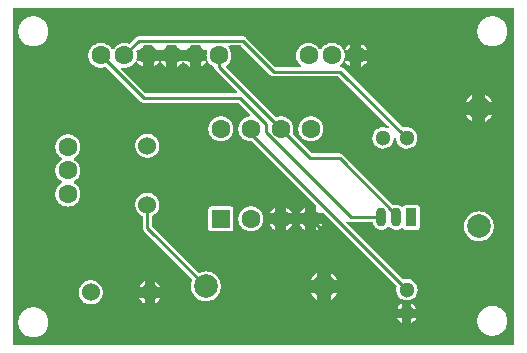
<source format=gbl>
G04 Layer: BottomLayer*
G04 EasyEDA v6.5.34, 2023-09-19 01:31:31*
G04 170e72c34f8a4f55a7d3165c71e960a0,2c7f107921f9494b8657ce3d0c88cbd9,10*
G04 Gerber Generator version 0.2*
G04 Scale: 100 percent, Rotated: No, Reflected: No *
G04 Dimensions in millimeters *
G04 leading zeros omitted , absolute positions ,4 integer and 5 decimal *
%FSLAX45Y45*%
%MOMM*%

%ADD10C,0.2540*%
%ADD11C,1.6000*%
%ADD12C,2.0000*%
%ADD13O,0.8999982X1.5999968*%
%ADD14R,0.9000X1.6000*%
%ADD15R,1.6002X1.6002*%
%ADD16C,1.6002*%
%ADD17C,1.3000*%
%ADD18C,1.5240*%
%ADD19C,0.0111*%

%LPD*%
G36*
X443992Y11381384D02*
G01*
X440080Y11382146D01*
X436778Y11384381D01*
X434593Y11387632D01*
X433832Y11391544D01*
X433832Y14219377D01*
X434593Y14223288D01*
X436778Y14226590D01*
X440080Y14228775D01*
X443992Y14229537D01*
X4671822Y14229537D01*
X4675733Y14228775D01*
X4678984Y14226590D01*
X4681220Y14223288D01*
X4681982Y14219377D01*
X4681982Y11391544D01*
X4681220Y11387632D01*
X4678984Y11384381D01*
X4675733Y11382146D01*
X4671822Y11381384D01*
G37*

%LPC*%
G36*
X609600Y11442192D02*
G01*
X624992Y11443157D01*
X640130Y11445900D01*
X654812Y11450472D01*
X668832Y11456822D01*
X682040Y11464798D01*
X694131Y11474297D01*
X705002Y11485168D01*
X714502Y11497259D01*
X722477Y11510467D01*
X728827Y11524488D01*
X733399Y11539169D01*
X736142Y11554307D01*
X737108Y11569700D01*
X736142Y11585092D01*
X733399Y11600230D01*
X728827Y11614912D01*
X722477Y11628932D01*
X714502Y11642140D01*
X705002Y11654231D01*
X694131Y11665102D01*
X682040Y11674602D01*
X668832Y11682577D01*
X654812Y11688927D01*
X640130Y11693499D01*
X624992Y11696242D01*
X609600Y11697208D01*
X594207Y11696242D01*
X579069Y11693499D01*
X564388Y11688927D01*
X550367Y11682577D01*
X537159Y11674602D01*
X525068Y11665102D01*
X514197Y11654231D01*
X504698Y11642140D01*
X496722Y11628932D01*
X490372Y11614912D01*
X485800Y11600230D01*
X483057Y11585092D01*
X482092Y11569700D01*
X483057Y11554307D01*
X485800Y11539169D01*
X490372Y11524488D01*
X496722Y11510467D01*
X504698Y11497259D01*
X514197Y11485168D01*
X525068Y11474297D01*
X537159Y11464798D01*
X550367Y11456822D01*
X564388Y11450472D01*
X579069Y11445900D01*
X594207Y11443157D01*
G37*
G36*
X4495800Y11454892D02*
G01*
X4511192Y11455857D01*
X4526330Y11458600D01*
X4541012Y11463172D01*
X4555032Y11469522D01*
X4568240Y11477498D01*
X4580331Y11486997D01*
X4591202Y11497868D01*
X4600702Y11509959D01*
X4608677Y11523167D01*
X4615027Y11537188D01*
X4619599Y11551869D01*
X4622342Y11567007D01*
X4623308Y11582400D01*
X4622342Y11597792D01*
X4619599Y11612930D01*
X4615027Y11627612D01*
X4608677Y11641632D01*
X4600702Y11654840D01*
X4591202Y11666931D01*
X4580331Y11677802D01*
X4568240Y11687302D01*
X4555032Y11695277D01*
X4541012Y11701627D01*
X4526330Y11706199D01*
X4511192Y11708942D01*
X4495800Y11709908D01*
X4480407Y11708942D01*
X4465269Y11706199D01*
X4450588Y11701627D01*
X4436567Y11695277D01*
X4423359Y11687302D01*
X4411268Y11677802D01*
X4400397Y11666931D01*
X4390898Y11654840D01*
X4382922Y11641632D01*
X4376572Y11627612D01*
X4372000Y11612930D01*
X4369257Y11597792D01*
X4368292Y11582400D01*
X4369257Y11567007D01*
X4372000Y11551869D01*
X4376572Y11537188D01*
X4382922Y11523167D01*
X4390898Y11509959D01*
X4400397Y11497868D01*
X4411268Y11486997D01*
X4423359Y11477498D01*
X4436567Y11469522D01*
X4450588Y11463172D01*
X4465269Y11458600D01*
X4480407Y11455857D01*
G37*
G36*
X3810762Y11565483D02*
G01*
X3820058Y11570411D01*
X3830320Y11577878D01*
X3839464Y11586667D01*
X3847236Y11596674D01*
X3853586Y11607647D01*
X3853992Y11608663D01*
X3810762Y11608663D01*
G37*
G36*
X3733037Y11565483D02*
G01*
X3733037Y11608663D01*
X3689807Y11608663D01*
X3690213Y11607647D01*
X3696563Y11596674D01*
X3704336Y11586667D01*
X3713479Y11577878D01*
X3723741Y11570411D01*
G37*
G36*
X3689959Y11686336D02*
G01*
X3733037Y11686336D01*
X3733037Y11729466D01*
X3729228Y11727738D01*
X3718458Y11721033D01*
X3708755Y11712854D01*
X3700272Y11703456D01*
X3693210Y11692940D01*
G37*
G36*
X3810762Y11686336D02*
G01*
X3853840Y11686336D01*
X3850589Y11692940D01*
X3843528Y11703456D01*
X3835044Y11712854D01*
X3825341Y11721033D01*
X3814572Y11727738D01*
X3810762Y11729466D01*
G37*
G36*
X1092758Y11721693D02*
G01*
X1106424Y11722150D01*
X1119835Y11724386D01*
X1132890Y11728450D01*
X1145235Y11734190D01*
X1156766Y11741505D01*
X1167180Y11750294D01*
X1176324Y11760454D01*
X1184046Y11771680D01*
X1190193Y11783822D01*
X1194663Y11796725D01*
X1197356Y11810085D01*
X1198270Y11823700D01*
X1197356Y11837314D01*
X1194663Y11850674D01*
X1190193Y11863578D01*
X1184046Y11875719D01*
X1176324Y11886946D01*
X1167180Y11897106D01*
X1156766Y11905894D01*
X1145235Y11913209D01*
X1132890Y11918950D01*
X1119835Y11923014D01*
X1106424Y11925249D01*
X1092758Y11925706D01*
X1079195Y11924385D01*
X1065936Y11921185D01*
X1053236Y11916308D01*
X1041247Y11909755D01*
X1030274Y11901678D01*
X1020470Y11892178D01*
X1012037Y11881459D01*
X1005078Y11869724D01*
X999744Y11857177D01*
X996137Y11844020D01*
X994308Y11830507D01*
X994308Y11816892D01*
X996137Y11803380D01*
X999744Y11790222D01*
X1005078Y11777675D01*
X1012037Y11765940D01*
X1020470Y11755221D01*
X1030274Y11745722D01*
X1041247Y11737644D01*
X1053236Y11731091D01*
X1065936Y11726214D01*
X1079195Y11723014D01*
G37*
G36*
X1551736Y11731904D02*
G01*
X1551736Y11779250D01*
X1504391Y11779250D01*
X1505051Y11777675D01*
X1512011Y11765940D01*
X1520494Y11755221D01*
X1530299Y11745722D01*
X1541272Y11737644D01*
G37*
G36*
X1640636Y11732056D02*
G01*
X1645259Y11734190D01*
X1656740Y11741505D01*
X1667154Y11750294D01*
X1676298Y11760454D01*
X1684020Y11771680D01*
X1687830Y11779250D01*
X1640636Y11779250D01*
G37*
G36*
X2070100Y11748617D02*
G01*
X2085289Y11749532D01*
X2100224Y11752275D01*
X2114753Y11756796D01*
X2128621Y11763044D01*
X2141626Y11770918D01*
X2153564Y11780266D01*
X2164334Y11791035D01*
X2173681Y11802973D01*
X2181555Y11815978D01*
X2187803Y11829846D01*
X2192324Y11844375D01*
X2195068Y11859310D01*
X2195982Y11874500D01*
X2195068Y11889689D01*
X2192324Y11904624D01*
X2187803Y11919153D01*
X2181555Y11933021D01*
X2173681Y11946026D01*
X2164334Y11957964D01*
X2153564Y11968734D01*
X2141626Y11978081D01*
X2128621Y11985955D01*
X2114753Y11992203D01*
X2100224Y11996724D01*
X2085289Y11999468D01*
X2070100Y12000382D01*
X2054910Y11999468D01*
X2039975Y11996724D01*
X2025446Y11992203D01*
X2019096Y11989358D01*
X2015134Y11988444D01*
X2011172Y11989206D01*
X2007768Y11991441D01*
X1616405Y12382804D01*
X1614170Y12386106D01*
X1613408Y12390018D01*
X1613408Y12463475D01*
X1614068Y12467082D01*
X1616049Y12470282D01*
X1618996Y12472517D01*
X1626819Y12476480D01*
X1638046Y12484201D01*
X1648206Y12493345D01*
X1656994Y12503759D01*
X1664309Y12515240D01*
X1670050Y12527635D01*
X1674114Y12540640D01*
X1676349Y12554102D01*
X1676806Y12567716D01*
X1675485Y12581280D01*
X1672285Y12594539D01*
X1667408Y12607290D01*
X1660855Y12619228D01*
X1652778Y12630200D01*
X1643278Y12640005D01*
X1632559Y12648488D01*
X1620824Y12655448D01*
X1608277Y12660731D01*
X1595120Y12664338D01*
X1581607Y12666167D01*
X1567992Y12666167D01*
X1554480Y12664338D01*
X1541322Y12660731D01*
X1528775Y12655448D01*
X1517040Y12648488D01*
X1506321Y12640005D01*
X1496822Y12630200D01*
X1488744Y12619228D01*
X1482191Y12607290D01*
X1477314Y12594539D01*
X1474114Y12581280D01*
X1472793Y12567716D01*
X1473250Y12554102D01*
X1475486Y12540640D01*
X1479550Y12527635D01*
X1485290Y12515240D01*
X1492605Y12503759D01*
X1501394Y12493345D01*
X1511554Y12484201D01*
X1522780Y12476480D01*
X1530604Y12472517D01*
X1533550Y12470282D01*
X1535531Y12467082D01*
X1536192Y12463424D01*
X1536192Y12370308D01*
X1537004Y12362281D01*
X1539189Y12355068D01*
X1542745Y12348362D01*
X1547876Y12342164D01*
X1953158Y11936831D01*
X1955393Y11933428D01*
X1956155Y11929465D01*
X1955241Y11925503D01*
X1952396Y11919153D01*
X1947875Y11904624D01*
X1945132Y11889689D01*
X1944217Y11874500D01*
X1945132Y11859310D01*
X1947875Y11844375D01*
X1952396Y11829846D01*
X1958644Y11815978D01*
X1966518Y11802973D01*
X1975866Y11791035D01*
X1986635Y11780266D01*
X1998573Y11770918D01*
X2011578Y11763044D01*
X2025446Y11756796D01*
X2039975Y11752275D01*
X2054910Y11749532D01*
G37*
G36*
X3771900Y11756593D02*
G01*
X3784549Y11757507D01*
X3796944Y11760149D01*
X3808882Y11764467D01*
X3820058Y11770410D01*
X3830320Y11777878D01*
X3839464Y11786666D01*
X3847236Y11796674D01*
X3853586Y11807647D01*
X3858310Y11819432D01*
X3861409Y11831726D01*
X3862730Y11844324D01*
X3862273Y11857024D01*
X3860088Y11869470D01*
X3856177Y11881561D01*
X3850589Y11892940D01*
X3843528Y11903456D01*
X3835044Y11912854D01*
X3825341Y11921032D01*
X3814572Y11927738D01*
X3802989Y11932920D01*
X3790797Y11936374D01*
X3778250Y11938152D01*
X3765550Y11938152D01*
X3753002Y11936374D01*
X3746804Y11934596D01*
X3743198Y11934240D01*
X3739743Y11935155D01*
X3736797Y11937187D01*
X3263696Y12410338D01*
X3261410Y12413742D01*
X3260699Y12417806D01*
X3261664Y12421768D01*
X3264103Y12425070D01*
X3267659Y12427153D01*
X3271723Y12427610D01*
X3275685Y12426442D01*
X3281984Y12423089D01*
X3289198Y12420904D01*
X3297224Y12420092D01*
X3476193Y12420092D01*
X3480562Y12419126D01*
X3484067Y12416332D01*
X3486048Y12412319D01*
X3488588Y12401804D01*
X3492855Y12391542D01*
X3498646Y12382042D01*
X3505860Y12373559D01*
X3514344Y12366345D01*
X3523843Y12360554D01*
X3534105Y12356287D01*
X3544925Y12353696D01*
X3556000Y12352832D01*
X3567074Y12353696D01*
X3577894Y12356287D01*
X3588156Y12360554D01*
X3597656Y12366345D01*
X3606139Y12373559D01*
X3611778Y12380214D01*
X3615232Y12382855D01*
X3619500Y12383770D01*
X3623767Y12382855D01*
X3627221Y12380214D01*
X3632860Y12373559D01*
X3641344Y12366345D01*
X3650843Y12360554D01*
X3661105Y12356287D01*
X3671925Y12353696D01*
X3683000Y12352832D01*
X3694074Y12353696D01*
X3704894Y12356287D01*
X3715156Y12360554D01*
X3724656Y12366345D01*
X3727297Y12368580D01*
X3731107Y12370663D01*
X3735425Y12370917D01*
X3739438Y12369342D01*
X3742486Y12366294D01*
X3744772Y12362586D01*
X3748887Y12358471D01*
X3753764Y12355423D01*
X3759250Y12353493D01*
X3765550Y12352782D01*
X3854450Y12352782D01*
X3860749Y12353493D01*
X3866235Y12355423D01*
X3871112Y12358471D01*
X3875227Y12362586D01*
X3878275Y12367463D01*
X3880205Y12372949D01*
X3880916Y12379248D01*
X3880916Y12538151D01*
X3880205Y12544450D01*
X3878275Y12549936D01*
X3875227Y12554813D01*
X3871112Y12558928D01*
X3866235Y12561976D01*
X3860749Y12563906D01*
X3854450Y12564618D01*
X3765550Y12564618D01*
X3759250Y12563906D01*
X3753764Y12561976D01*
X3748887Y12558928D01*
X3744772Y12554813D01*
X3742486Y12551105D01*
X3739438Y12548057D01*
X3735425Y12546482D01*
X3731107Y12546736D01*
X3727297Y12548819D01*
X3724656Y12551054D01*
X3715156Y12556845D01*
X3704894Y12561112D01*
X3694074Y12563703D01*
X3683000Y12564567D01*
X3671925Y12563703D01*
X3664407Y12561925D01*
X3661003Y12561671D01*
X3657701Y12562636D01*
X3654856Y12564618D01*
X3231540Y12987934D01*
X3225292Y12993065D01*
X3218637Y12996621D01*
X3211423Y12998805D01*
X3203397Y12999567D01*
X2972308Y12999567D01*
X2968447Y13000380D01*
X2965145Y13002564D01*
X2806700Y13161010D01*
X2804617Y13164057D01*
X2803753Y13167715D01*
X2804261Y13171424D01*
X2807411Y13180568D01*
X2810103Y13194182D01*
X2811018Y13208000D01*
X2810103Y13221817D01*
X2807411Y13235432D01*
X2802940Y13248538D01*
X2796794Y13260933D01*
X2789123Y13272465D01*
X2779979Y13282879D01*
X2769565Y13292023D01*
X2758033Y13299694D01*
X2745638Y13305840D01*
X2732532Y13310311D01*
X2718917Y13313003D01*
X2705100Y13313918D01*
X2691282Y13313003D01*
X2677668Y13310311D01*
X2668524Y13307161D01*
X2664815Y13306653D01*
X2661158Y13307517D01*
X2658110Y13309600D01*
X2239822Y13727887D01*
X2237435Y13731646D01*
X2236927Y13736066D01*
X2238298Y13740282D01*
X2241397Y13743482D01*
X2245563Y13746276D01*
X2255977Y13755420D01*
X2265121Y13765834D01*
X2272792Y13777366D01*
X2278938Y13789761D01*
X2283358Y13802918D01*
X2286101Y13816482D01*
X2286965Y13830300D01*
X2286101Y13844117D01*
X2283358Y13857681D01*
X2278938Y13870838D01*
X2272792Y13883233D01*
X2265121Y13894765D01*
X2263089Y13897051D01*
X2261158Y13900404D01*
X2260600Y13904213D01*
X2261463Y13907973D01*
X2263698Y13911072D01*
X2266950Y13913205D01*
X2270709Y13913916D01*
X2364892Y13913916D01*
X2368753Y13913154D01*
X2372055Y13910919D01*
X2617622Y13665403D01*
X2623820Y13660272D01*
X2630525Y13656716D01*
X2637739Y13654532D01*
X2645765Y13653719D01*
X3189528Y13653719D01*
X3193440Y13652957D01*
X3196742Y13650772D01*
X3614877Y13232587D01*
X3617112Y13229336D01*
X3617874Y13225475D01*
X3617112Y13221563D01*
X3614928Y13218261D01*
X3611676Y13216077D01*
X3607765Y13215264D01*
X3603904Y13216026D01*
X3598367Y13218210D01*
X3586073Y13221309D01*
X3573475Y13222630D01*
X3560775Y13222173D01*
X3548329Y13219988D01*
X3536238Y13216077D01*
X3524859Y13210489D01*
X3514344Y13203428D01*
X3504946Y13194944D01*
X3496767Y13185241D01*
X3490061Y13174472D01*
X3484879Y13162889D01*
X3481425Y13150697D01*
X3479647Y13138150D01*
X3479647Y13125450D01*
X3481425Y13112902D01*
X3484879Y13100710D01*
X3490061Y13089128D01*
X3496767Y13078358D01*
X3504946Y13068655D01*
X3514344Y13060171D01*
X3524859Y13053110D01*
X3536238Y13047522D01*
X3548329Y13043611D01*
X3560775Y13041426D01*
X3573475Y13040969D01*
X3586073Y13042290D01*
X3598367Y13045389D01*
X3610152Y13050113D01*
X3621125Y13056463D01*
X3631133Y13064236D01*
X3639921Y13073380D01*
X3647389Y13083641D01*
X3653332Y13094817D01*
X3657650Y13106755D01*
X3660444Y13120166D01*
X3662070Y13123875D01*
X3664965Y13126669D01*
X3668725Y13128142D01*
X3672738Y13127990D01*
X3676396Y13126313D01*
X3679139Y13123316D01*
X3680460Y13119506D01*
X3681425Y13112902D01*
X3684879Y13100710D01*
X3690061Y13089128D01*
X3696766Y13078358D01*
X3704945Y13068655D01*
X3714343Y13060171D01*
X3724859Y13053110D01*
X3736238Y13047522D01*
X3748328Y13043611D01*
X3760774Y13041426D01*
X3773474Y13040969D01*
X3786073Y13042290D01*
X3798366Y13045389D01*
X3810152Y13050113D01*
X3821125Y13056463D01*
X3831132Y13064236D01*
X3839921Y13073380D01*
X3847388Y13083641D01*
X3853332Y13094817D01*
X3857650Y13106755D01*
X3860292Y13119150D01*
X3861206Y13131800D01*
X3860292Y13144449D01*
X3857650Y13156844D01*
X3853332Y13168782D01*
X3847388Y13179958D01*
X3839921Y13190219D01*
X3831132Y13199363D01*
X3821125Y13207136D01*
X3810152Y13213486D01*
X3798366Y13218210D01*
X3786073Y13221309D01*
X3773474Y13222630D01*
X3760774Y13222173D01*
X3748328Y13219988D01*
X3745484Y13219074D01*
X3741826Y13218566D01*
X3738219Y13219430D01*
X3735171Y13221563D01*
X3237382Y13719301D01*
X3231184Y13724432D01*
X3224530Y13727988D01*
X3217265Y13730173D01*
X3212642Y13730630D01*
X3208883Y13731748D01*
X3205835Y13734186D01*
X3203956Y13737640D01*
X3203498Y13741501D01*
X3204565Y13745260D01*
X3206953Y13748359D01*
X3214979Y13755420D01*
X3224123Y13765834D01*
X3231642Y13777112D01*
X3234436Y13779957D01*
X3238093Y13781430D01*
X3242106Y13781430D01*
X3245764Y13779957D01*
X3248558Y13777112D01*
X3256076Y13765834D01*
X3265220Y13755420D01*
X3275634Y13746276D01*
X3287166Y13738606D01*
X3293770Y13735354D01*
X3293770Y13783970D01*
X3250133Y13783970D01*
X3246374Y13784681D01*
X3243122Y13786764D01*
X3240887Y13789863D01*
X3239973Y13793571D01*
X3240481Y13797381D01*
X3242360Y13802918D01*
X3245104Y13816482D01*
X3245967Y13830300D01*
X3245104Y13844117D01*
X3242360Y13857681D01*
X3240481Y13863218D01*
X3239973Y13867028D01*
X3240887Y13870736D01*
X3243122Y13873835D01*
X3246374Y13875918D01*
X3250133Y13876629D01*
X3293770Y13876629D01*
X3293770Y13925245D01*
X3287166Y13921994D01*
X3275634Y13914323D01*
X3265220Y13905179D01*
X3256076Y13894765D01*
X3248558Y13883487D01*
X3245764Y13880642D01*
X3242106Y13879118D01*
X3238093Y13879118D01*
X3234436Y13880642D01*
X3231642Y13883487D01*
X3224123Y13894765D01*
X3214979Y13905179D01*
X3204565Y13914323D01*
X3193034Y13921994D01*
X3180638Y13928140D01*
X3167481Y13932560D01*
X3153918Y13935303D01*
X3140100Y13936167D01*
X3126282Y13935303D01*
X3112719Y13932560D01*
X3099562Y13928140D01*
X3087166Y13921994D01*
X3075635Y13914323D01*
X3065221Y13905179D01*
X3056077Y13894765D01*
X3048558Y13883487D01*
X3045764Y13880642D01*
X3042107Y13879118D01*
X3038094Y13879118D01*
X3034436Y13880642D01*
X3031642Y13883487D01*
X3024124Y13894765D01*
X3014980Y13905179D01*
X3004566Y13914323D01*
X2993034Y13921994D01*
X2980639Y13928140D01*
X2967482Y13932560D01*
X2953918Y13935303D01*
X2940100Y13936167D01*
X2926283Y13935303D01*
X2912719Y13932560D01*
X2899562Y13928140D01*
X2887167Y13921994D01*
X2875635Y13914323D01*
X2865221Y13905179D01*
X2856077Y13894765D01*
X2848406Y13883233D01*
X2842260Y13870838D01*
X2837840Y13857681D01*
X2835097Y13844117D01*
X2834233Y13830300D01*
X2835097Y13816482D01*
X2837840Y13802918D01*
X2842260Y13789761D01*
X2848406Y13777366D01*
X2856077Y13765834D01*
X2865221Y13755420D01*
X2872841Y13748766D01*
X2875280Y13745514D01*
X2876296Y13741552D01*
X2875635Y13737539D01*
X2873451Y13734084D01*
X2870098Y13731798D01*
X2866136Y13730935D01*
X2665476Y13730935D01*
X2661564Y13731748D01*
X2658262Y13733932D01*
X2412746Y13979448D01*
X2406497Y13984579D01*
X2399842Y13988135D01*
X2392629Y13990319D01*
X2384602Y13991132D01*
X1503832Y13991132D01*
X1495806Y13990319D01*
X1488592Y13988135D01*
X1481886Y13984579D01*
X1475689Y13979448D01*
X1428089Y13931900D01*
X1425041Y13929766D01*
X1421384Y13928953D01*
X1417675Y13929461D01*
X1408480Y13932560D01*
X1394917Y13935303D01*
X1381099Y13936167D01*
X1367282Y13935303D01*
X1353718Y13932560D01*
X1340561Y13928140D01*
X1328166Y13921994D01*
X1316634Y13914323D01*
X1306220Y13905179D01*
X1297076Y13894765D01*
X1289558Y13883487D01*
X1286764Y13880642D01*
X1283106Y13879118D01*
X1279093Y13879118D01*
X1275435Y13880642D01*
X1272641Y13883487D01*
X1265123Y13894765D01*
X1255979Y13905179D01*
X1245565Y13914323D01*
X1234033Y13921994D01*
X1221638Y13928140D01*
X1208481Y13932560D01*
X1194917Y13935303D01*
X1181100Y13936167D01*
X1167282Y13935303D01*
X1153718Y13932560D01*
X1140561Y13928140D01*
X1128166Y13921994D01*
X1116634Y13914323D01*
X1106220Y13905179D01*
X1097076Y13894765D01*
X1089406Y13883233D01*
X1083259Y13870838D01*
X1078839Y13857681D01*
X1076096Y13844117D01*
X1075232Y13830300D01*
X1076096Y13816482D01*
X1078839Y13802918D01*
X1083259Y13789761D01*
X1089406Y13777366D01*
X1097076Y13765834D01*
X1106220Y13755420D01*
X1116634Y13746276D01*
X1128166Y13738606D01*
X1140561Y13732459D01*
X1153718Y13728039D01*
X1167282Y13725296D01*
X1181100Y13724432D01*
X1194917Y13725296D01*
X1208481Y13728039D01*
X1217676Y13731138D01*
X1221384Y13731646D01*
X1225042Y13730782D01*
X1228090Y13728700D01*
X1514906Y13441883D01*
X1521155Y13436752D01*
X1527810Y13433196D01*
X1535023Y13431012D01*
X1543050Y13430199D01*
X2341422Y13430199D01*
X2345283Y13429437D01*
X2348585Y13427252D01*
X2445410Y13330428D01*
X2447594Y13327227D01*
X2448407Y13323468D01*
X2447747Y13319658D01*
X2445715Y13316356D01*
X2442616Y13314070D01*
X2423668Y13310311D01*
X2410561Y13305840D01*
X2398166Y13299694D01*
X2386634Y13292023D01*
X2376220Y13282879D01*
X2367076Y13272465D01*
X2359406Y13260933D01*
X2353259Y13248538D01*
X2348788Y13235432D01*
X2346096Y13221817D01*
X2345182Y13208000D01*
X2346096Y13194182D01*
X2348788Y13180568D01*
X2353259Y13167461D01*
X2359406Y13155066D01*
X2367076Y13143534D01*
X2376220Y13133120D01*
X2386634Y13123976D01*
X2398166Y13116306D01*
X2410561Y13110159D01*
X2423668Y13105688D01*
X2437282Y13102996D01*
X2451100Y13102082D01*
X2457399Y13102539D01*
X2461615Y13101878D01*
X2465222Y13099542D01*
X3002483Y12562332D01*
X3004667Y12559030D01*
X3005480Y12555118D01*
X3005480Y12492329D01*
X3068218Y12492329D01*
X3072130Y12491567D01*
X3075432Y12489383D01*
X3682136Y11882628D01*
X3684270Y11879580D01*
X3685133Y11875973D01*
X3684625Y11872315D01*
X3683711Y11869470D01*
X3681526Y11857024D01*
X3681069Y11844324D01*
X3682390Y11831726D01*
X3685489Y11819432D01*
X3690213Y11807647D01*
X3696563Y11796674D01*
X3704336Y11786666D01*
X3713479Y11777878D01*
X3723741Y11770410D01*
X3734917Y11764467D01*
X3746855Y11760149D01*
X3759606Y11757456D01*
G37*
G36*
X3126435Y11762079D02*
G01*
X3128619Y11763044D01*
X3141624Y11770918D01*
X3153562Y11780266D01*
X3164332Y11791035D01*
X3173679Y11802973D01*
X3181553Y11815978D01*
X3182518Y11818162D01*
X3126435Y11818162D01*
G37*
G36*
X3013760Y11762079D02*
G01*
X3013760Y11818162D01*
X2957677Y11818162D01*
X2958642Y11815978D01*
X2966516Y11802973D01*
X2975864Y11791035D01*
X2986633Y11780266D01*
X2998571Y11770918D01*
X3011576Y11763044D01*
G37*
G36*
X1640636Y11868150D02*
G01*
X1687830Y11868150D01*
X1684020Y11875719D01*
X1676298Y11886946D01*
X1667154Y11897106D01*
X1656740Y11905894D01*
X1645259Y11913209D01*
X1640636Y11915343D01*
G37*
G36*
X1504391Y11868150D02*
G01*
X1551736Y11868150D01*
X1551736Y11915495D01*
X1541272Y11909755D01*
X1530299Y11901678D01*
X1520494Y11892178D01*
X1512011Y11881459D01*
X1505051Y11869724D01*
G37*
G36*
X2957677Y11930837D02*
G01*
X3013760Y11930837D01*
X3013760Y11986920D01*
X3011576Y11985955D01*
X2998571Y11978081D01*
X2986633Y11968734D01*
X2975864Y11957964D01*
X2966516Y11946026D01*
X2958642Y11933021D01*
G37*
G36*
X3126435Y11930837D02*
G01*
X3182518Y11930837D01*
X3181553Y11933021D01*
X3173679Y11946026D01*
X3164332Y11957964D01*
X3153562Y11968734D01*
X3141624Y11978081D01*
X3128619Y11985955D01*
X3126435Y11986920D01*
G37*
G36*
X4381500Y12256617D02*
G01*
X4396689Y12257532D01*
X4411624Y12260275D01*
X4426153Y12264796D01*
X4440021Y12271044D01*
X4453026Y12278918D01*
X4464964Y12288266D01*
X4475734Y12299035D01*
X4485081Y12310973D01*
X4492955Y12323978D01*
X4499203Y12337846D01*
X4503724Y12352375D01*
X4506468Y12367310D01*
X4507382Y12382500D01*
X4506468Y12397689D01*
X4503724Y12412624D01*
X4499203Y12427153D01*
X4492955Y12441021D01*
X4485081Y12454026D01*
X4475734Y12465964D01*
X4464964Y12476734D01*
X4453026Y12486081D01*
X4440021Y12493955D01*
X4426153Y12500203D01*
X4411624Y12504724D01*
X4396689Y12507468D01*
X4381500Y12508382D01*
X4366310Y12507468D01*
X4351375Y12504724D01*
X4336846Y12500203D01*
X4322978Y12493955D01*
X4309973Y12486081D01*
X4298035Y12476734D01*
X4287266Y12465964D01*
X4277918Y12454026D01*
X4270044Y12441021D01*
X4263796Y12427153D01*
X4259275Y12412624D01*
X4256532Y12397689D01*
X4255617Y12382500D01*
X4256532Y12367310D01*
X4259275Y12352375D01*
X4263796Y12337846D01*
X4270044Y12323978D01*
X4277918Y12310973D01*
X4287266Y12299035D01*
X4298035Y12288266D01*
X4309973Y12278918D01*
X4322978Y12271044D01*
X4336846Y12264796D01*
X4351375Y12260275D01*
X4366310Y12257532D01*
G37*
G36*
X2451100Y12340082D02*
G01*
X2464917Y12340996D01*
X2478532Y12343688D01*
X2491638Y12348159D01*
X2504033Y12354306D01*
X2515565Y12361976D01*
X2525979Y12371120D01*
X2535123Y12381534D01*
X2542794Y12393066D01*
X2548940Y12405461D01*
X2553411Y12418568D01*
X2556103Y12432182D01*
X2557018Y12446000D01*
X2556103Y12459817D01*
X2553411Y12473432D01*
X2548940Y12486538D01*
X2542794Y12498933D01*
X2535123Y12510465D01*
X2525979Y12520879D01*
X2515565Y12530023D01*
X2504033Y12537694D01*
X2491638Y12543840D01*
X2478532Y12548311D01*
X2464917Y12551003D01*
X2451100Y12551918D01*
X2437282Y12551003D01*
X2423668Y12548311D01*
X2410561Y12543840D01*
X2398166Y12537694D01*
X2386634Y12530023D01*
X2376220Y12520879D01*
X2367076Y12510465D01*
X2359406Y12498933D01*
X2353259Y12486538D01*
X2348788Y12473432D01*
X2346096Y12459817D01*
X2345182Y12446000D01*
X2346096Y12432182D01*
X2348788Y12418568D01*
X2353259Y12405461D01*
X2359406Y12393066D01*
X2367076Y12381534D01*
X2376220Y12371120D01*
X2386634Y12361976D01*
X2398166Y12354306D01*
X2410561Y12348159D01*
X2423668Y12343688D01*
X2437282Y12340996D01*
G37*
G36*
X2117648Y12340082D02*
G01*
X2276551Y12340082D01*
X2282850Y12340793D01*
X2288336Y12342723D01*
X2293213Y12345771D01*
X2297328Y12349886D01*
X2300376Y12354763D01*
X2302306Y12360249D01*
X2303018Y12366548D01*
X2303018Y12525451D01*
X2302306Y12531750D01*
X2300376Y12537236D01*
X2297328Y12542113D01*
X2293213Y12546228D01*
X2288336Y12549276D01*
X2282850Y12551206D01*
X2276551Y12551918D01*
X2117648Y12551918D01*
X2111349Y12551206D01*
X2105863Y12549276D01*
X2100986Y12546228D01*
X2096871Y12542113D01*
X2093823Y12537236D01*
X2091893Y12531750D01*
X2091182Y12525451D01*
X2091182Y12366548D01*
X2091893Y12360249D01*
X2093823Y12354763D01*
X2096871Y12349886D01*
X2100986Y12345771D01*
X2105863Y12342723D01*
X2111349Y12340793D01*
G37*
G36*
X3005480Y12351054D02*
G01*
X3012033Y12354306D01*
X3023565Y12361976D01*
X3033979Y12371120D01*
X3043123Y12381534D01*
X3050794Y12393066D01*
X3054045Y12399619D01*
X3005480Y12399619D01*
G37*
G36*
X2751480Y12351054D02*
G01*
X2758033Y12354306D01*
X2769565Y12361976D01*
X2779979Y12371120D01*
X2789123Y12381534D01*
X2796794Y12393066D01*
X2800045Y12399619D01*
X2751480Y12399619D01*
G37*
G36*
X2912770Y12351054D02*
G01*
X2912770Y12399619D01*
X2864154Y12399619D01*
X2867406Y12393066D01*
X2875076Y12381534D01*
X2884220Y12371120D01*
X2894634Y12361976D01*
X2906166Y12354306D01*
G37*
G36*
X2658770Y12351054D02*
G01*
X2658770Y12399619D01*
X2610154Y12399619D01*
X2613406Y12393066D01*
X2621076Y12381534D01*
X2630220Y12371120D01*
X2640634Y12361976D01*
X2652166Y12354306D01*
G37*
G36*
X2864154Y12492329D02*
G01*
X2912770Y12492329D01*
X2912770Y12540945D01*
X2906166Y12537694D01*
X2894634Y12530023D01*
X2884220Y12520879D01*
X2875076Y12510465D01*
X2867406Y12498933D01*
G37*
G36*
X2751480Y12492329D02*
G01*
X2800045Y12492329D01*
X2796794Y12498933D01*
X2789123Y12510465D01*
X2779979Y12520879D01*
X2769565Y12530023D01*
X2758033Y12537694D01*
X2751480Y12540945D01*
G37*
G36*
X2610154Y12492329D02*
G01*
X2658770Y12492329D01*
X2658770Y12540945D01*
X2652166Y12537694D01*
X2640634Y12530023D01*
X2630220Y12520879D01*
X2621076Y12510465D01*
X2613406Y12498933D01*
G37*
G36*
X901700Y12549733D02*
G01*
X915517Y12550597D01*
X929081Y12553340D01*
X942238Y12557760D01*
X954633Y12563906D01*
X966165Y12571577D01*
X976579Y12580721D01*
X985723Y12591135D01*
X993394Y12602667D01*
X999540Y12615062D01*
X1003960Y12628219D01*
X1006703Y12641783D01*
X1007567Y12655600D01*
X1006703Y12669418D01*
X1003960Y12682982D01*
X999540Y12696139D01*
X993394Y12708534D01*
X985723Y12720066D01*
X976579Y12730480D01*
X966165Y12739624D01*
X954887Y12747142D01*
X952042Y12749936D01*
X950569Y12753594D01*
X950569Y12757607D01*
X952042Y12761264D01*
X954887Y12764058D01*
X966165Y12771577D01*
X976579Y12780721D01*
X985723Y12791135D01*
X993394Y12802666D01*
X999540Y12815062D01*
X1003960Y12828219D01*
X1006703Y12841782D01*
X1007567Y12855600D01*
X1006703Y12869418D01*
X1003960Y12882981D01*
X999540Y12896138D01*
X993394Y12908534D01*
X985723Y12920065D01*
X976579Y12930479D01*
X966165Y12939623D01*
X954887Y12947142D01*
X952042Y12949936D01*
X950569Y12953593D01*
X950569Y12957606D01*
X952042Y12961264D01*
X954887Y12964058D01*
X966165Y12971576D01*
X976579Y12980720D01*
X985723Y12991134D01*
X993394Y13002666D01*
X999540Y13015061D01*
X1003960Y13028218D01*
X1006703Y13041782D01*
X1007567Y13055600D01*
X1006703Y13069417D01*
X1003960Y13082981D01*
X999540Y13096138D01*
X993394Y13108533D01*
X985723Y13120065D01*
X976579Y13130479D01*
X966165Y13139623D01*
X954633Y13147294D01*
X942238Y13153440D01*
X929081Y13157860D01*
X915517Y13160603D01*
X901700Y13161467D01*
X887882Y13160603D01*
X874318Y13157860D01*
X861161Y13153440D01*
X848766Y13147294D01*
X837234Y13139623D01*
X826820Y13130479D01*
X817676Y13120065D01*
X810006Y13108533D01*
X803859Y13096138D01*
X799439Y13082981D01*
X796696Y13069417D01*
X795832Y13055600D01*
X796696Y13041782D01*
X799439Y13028218D01*
X803859Y13015061D01*
X810006Y13002666D01*
X817676Y12991134D01*
X826820Y12980720D01*
X837234Y12971576D01*
X848512Y12964058D01*
X851357Y12961264D01*
X852881Y12957606D01*
X852881Y12953593D01*
X851357Y12949936D01*
X848512Y12947142D01*
X837234Y12939623D01*
X826820Y12930479D01*
X817676Y12920065D01*
X810006Y12908534D01*
X803859Y12896138D01*
X799439Y12882981D01*
X796696Y12869418D01*
X795832Y12855600D01*
X796696Y12841782D01*
X799439Y12828219D01*
X803859Y12815062D01*
X810006Y12802666D01*
X817676Y12791135D01*
X826820Y12780721D01*
X837234Y12771577D01*
X848512Y12764058D01*
X851357Y12761264D01*
X852881Y12757607D01*
X852881Y12753594D01*
X851357Y12749936D01*
X848512Y12747142D01*
X837234Y12739624D01*
X826820Y12730480D01*
X817676Y12720066D01*
X810006Y12708534D01*
X803859Y12696139D01*
X799439Y12682982D01*
X796696Y12669418D01*
X795832Y12655600D01*
X796696Y12641783D01*
X799439Y12628219D01*
X803859Y12615062D01*
X810006Y12602667D01*
X817676Y12591135D01*
X826820Y12580721D01*
X837234Y12571577D01*
X848766Y12563906D01*
X861161Y12557760D01*
X874318Y12553340D01*
X887882Y12550597D01*
G37*
G36*
X1574800Y12962229D02*
G01*
X1588414Y12963144D01*
X1601774Y12965836D01*
X1614678Y12970306D01*
X1626819Y12976453D01*
X1638046Y12984175D01*
X1648206Y12993319D01*
X1656994Y13003733D01*
X1664309Y13015264D01*
X1670050Y13027609D01*
X1674114Y13040664D01*
X1676349Y13054076D01*
X1676806Y13067741D01*
X1675485Y13081304D01*
X1672285Y13094563D01*
X1667408Y13107263D01*
X1660855Y13119252D01*
X1652778Y13130225D01*
X1643278Y13140029D01*
X1632559Y13148462D01*
X1620824Y13155422D01*
X1608277Y13160756D01*
X1595120Y13164362D01*
X1581607Y13166191D01*
X1567992Y13166191D01*
X1554480Y13164362D01*
X1541322Y13160756D01*
X1528775Y13155422D01*
X1517040Y13148462D01*
X1506321Y13140029D01*
X1496822Y13130225D01*
X1488744Y13119252D01*
X1482191Y13107263D01*
X1477314Y13094563D01*
X1474114Y13081304D01*
X1472793Y13067741D01*
X1473250Y13054076D01*
X1475486Y13040664D01*
X1479550Y13027609D01*
X1485290Y13015264D01*
X1492605Y13003733D01*
X1501394Y12993319D01*
X1511554Y12984175D01*
X1522780Y12976453D01*
X1534922Y12970306D01*
X1547825Y12965836D01*
X1561185Y12963144D01*
G37*
G36*
X2197100Y13102082D02*
G01*
X2210917Y13102996D01*
X2224532Y13105688D01*
X2237638Y13110159D01*
X2250033Y13116306D01*
X2261565Y13123976D01*
X2271979Y13133120D01*
X2281123Y13143534D01*
X2288794Y13155066D01*
X2294940Y13167461D01*
X2299411Y13180568D01*
X2302103Y13194182D01*
X2303018Y13208000D01*
X2302103Y13221817D01*
X2299411Y13235432D01*
X2294940Y13248538D01*
X2288794Y13260933D01*
X2281123Y13272465D01*
X2271979Y13282879D01*
X2261565Y13292023D01*
X2250033Y13299694D01*
X2237638Y13305840D01*
X2224532Y13310311D01*
X2210917Y13313003D01*
X2197100Y13313918D01*
X2183282Y13313003D01*
X2169668Y13310311D01*
X2156561Y13305840D01*
X2144166Y13299694D01*
X2132634Y13292023D01*
X2122220Y13282879D01*
X2113076Y13272465D01*
X2105406Y13260933D01*
X2099259Y13248538D01*
X2094788Y13235432D01*
X2092096Y13221817D01*
X2091182Y13208000D01*
X2092096Y13194182D01*
X2094788Y13180568D01*
X2099259Y13167461D01*
X2105406Y13155066D01*
X2113076Y13143534D01*
X2122220Y13133120D01*
X2132634Y13123976D01*
X2144166Y13116306D01*
X2156561Y13110159D01*
X2169668Y13105688D01*
X2183282Y13102996D01*
G37*
G36*
X2959100Y13102082D02*
G01*
X2972917Y13102996D01*
X2986532Y13105688D01*
X2999638Y13110159D01*
X3012033Y13116306D01*
X3023565Y13123976D01*
X3033979Y13133120D01*
X3043123Y13143534D01*
X3050794Y13155066D01*
X3056940Y13167461D01*
X3061411Y13180568D01*
X3064103Y13194182D01*
X3065018Y13208000D01*
X3064103Y13221817D01*
X3061411Y13235432D01*
X3056940Y13248538D01*
X3050794Y13260933D01*
X3043123Y13272465D01*
X3033979Y13282879D01*
X3023565Y13292023D01*
X3012033Y13299694D01*
X2999638Y13305840D01*
X2986532Y13310311D01*
X2972917Y13313003D01*
X2959100Y13313918D01*
X2945282Y13313003D01*
X2931668Y13310311D01*
X2918561Y13305840D01*
X2906166Y13299694D01*
X2894634Y13292023D01*
X2884220Y13282879D01*
X2875076Y13272465D01*
X2867406Y13260933D01*
X2861259Y13248538D01*
X2856788Y13235432D01*
X2854096Y13221817D01*
X2853182Y13208000D01*
X2854096Y13194182D01*
X2856788Y13180568D01*
X2861259Y13167461D01*
X2867406Y13155066D01*
X2875076Y13143534D01*
X2884220Y13133120D01*
X2894634Y13123976D01*
X2906166Y13116306D01*
X2918561Y13110159D01*
X2931668Y13105688D01*
X2945282Y13102996D01*
G37*
G36*
X4437837Y13270077D02*
G01*
X4440021Y13271042D01*
X4453026Y13278916D01*
X4464964Y13288263D01*
X4475734Y13299033D01*
X4485081Y13310971D01*
X4492955Y13323976D01*
X4493920Y13326160D01*
X4437837Y13326160D01*
G37*
G36*
X4325162Y13270077D02*
G01*
X4325162Y13326160D01*
X4269079Y13326160D01*
X4270044Y13323976D01*
X4277918Y13310971D01*
X4287266Y13299033D01*
X4298035Y13288263D01*
X4309973Y13278916D01*
X4322978Y13271042D01*
G37*
G36*
X4269079Y13438835D02*
G01*
X4325162Y13438835D01*
X4325162Y13494918D01*
X4322978Y13493953D01*
X4309973Y13486079D01*
X4298035Y13476732D01*
X4287266Y13465962D01*
X4277918Y13454024D01*
X4270044Y13441019D01*
G37*
G36*
X4437837Y13438835D02*
G01*
X4493920Y13438835D01*
X4492955Y13441019D01*
X4485081Y13454024D01*
X4475734Y13465962D01*
X4464964Y13476732D01*
X4453026Y13486079D01*
X4440021Y13493953D01*
X4437837Y13494918D01*
G37*
G36*
X3386429Y13735354D02*
G01*
X3393033Y13738606D01*
X3404565Y13746276D01*
X3414979Y13755420D01*
X3424123Y13765834D01*
X3431794Y13777366D01*
X3435045Y13783970D01*
X3386429Y13783970D01*
G37*
G36*
X3386429Y13876629D02*
G01*
X3435045Y13876629D01*
X3431794Y13883233D01*
X3424123Y13894765D01*
X3414979Y13905179D01*
X3404565Y13914323D01*
X3393033Y13921994D01*
X3386429Y13925245D01*
G37*
G36*
X4495800Y13905992D02*
G01*
X4511192Y13906957D01*
X4526330Y13909700D01*
X4541012Y13914272D01*
X4555032Y13920622D01*
X4568240Y13928598D01*
X4580331Y13938097D01*
X4591202Y13948968D01*
X4600702Y13961059D01*
X4608677Y13974267D01*
X4615027Y13988288D01*
X4619599Y14002969D01*
X4622342Y14018107D01*
X4623308Y14033500D01*
X4622342Y14048892D01*
X4619599Y14064030D01*
X4615027Y14078712D01*
X4608677Y14092732D01*
X4600702Y14105940D01*
X4591202Y14118031D01*
X4580331Y14128902D01*
X4568240Y14138401D01*
X4555032Y14146377D01*
X4541012Y14152727D01*
X4526330Y14157299D01*
X4511192Y14160042D01*
X4495800Y14161007D01*
X4480407Y14160042D01*
X4465269Y14157299D01*
X4450588Y14152727D01*
X4436567Y14146377D01*
X4423359Y14138401D01*
X4411268Y14128902D01*
X4400397Y14118031D01*
X4390898Y14105940D01*
X4382922Y14092732D01*
X4376572Y14078712D01*
X4372000Y14064030D01*
X4369257Y14048892D01*
X4368292Y14033500D01*
X4369257Y14018107D01*
X4372000Y14002969D01*
X4376572Y13988288D01*
X4382922Y13974267D01*
X4390898Y13961059D01*
X4400397Y13948968D01*
X4411268Y13938097D01*
X4423359Y13928598D01*
X4436567Y13920622D01*
X4450588Y13914272D01*
X4465269Y13909700D01*
X4480407Y13906957D01*
G37*
G36*
X609600Y13905992D02*
G01*
X624992Y13906957D01*
X640130Y13909700D01*
X654812Y13914272D01*
X668832Y13920622D01*
X682040Y13928598D01*
X694131Y13938097D01*
X705002Y13948968D01*
X714502Y13961059D01*
X722477Y13974267D01*
X728827Y13988288D01*
X733399Y14002969D01*
X736142Y14018107D01*
X737108Y14033500D01*
X736142Y14048892D01*
X733399Y14064030D01*
X728827Y14078712D01*
X722477Y14092732D01*
X714502Y14105940D01*
X705002Y14118031D01*
X694131Y14128902D01*
X682040Y14138401D01*
X668832Y14146377D01*
X654812Y14152727D01*
X640130Y14157299D01*
X624992Y14160042D01*
X609600Y14161007D01*
X594207Y14160042D01*
X579069Y14157299D01*
X564388Y14152727D01*
X550367Y14146377D01*
X537159Y14138401D01*
X525068Y14128902D01*
X514197Y14118031D01*
X504698Y14105940D01*
X496722Y14092732D01*
X490372Y14078712D01*
X485800Y14064030D01*
X483057Y14048892D01*
X482092Y14033500D01*
X483057Y14018107D01*
X485800Y14002969D01*
X490372Y13988288D01*
X496722Y13974267D01*
X504698Y13961059D01*
X514197Y13948968D01*
X525068Y13938097D01*
X537159Y13928598D01*
X550367Y13920622D01*
X564388Y13914272D01*
X579069Y13909700D01*
X594207Y13906957D01*
G37*

%LPD*%
G36*
X1562760Y13507415D02*
G01*
X1558899Y13508228D01*
X1555597Y13510412D01*
X1357782Y13708227D01*
X1355445Y13711834D01*
X1354785Y13716101D01*
X1356004Y13720216D01*
X1358747Y13723467D01*
X1362659Y13725296D01*
X1367282Y13725296D01*
X1381099Y13724432D01*
X1394917Y13725296D01*
X1408480Y13728039D01*
X1421638Y13732459D01*
X1434033Y13738606D01*
X1445564Y13746276D01*
X1455978Y13755420D01*
X1465122Y13765834D01*
X1472641Y13777112D01*
X1475435Y13779957D01*
X1479092Y13781430D01*
X1483106Y13781430D01*
X1486763Y13779957D01*
X1489557Y13777112D01*
X1497076Y13765834D01*
X1506220Y13755420D01*
X1516634Y13746276D01*
X1528165Y13738606D01*
X1534769Y13735354D01*
X1534769Y13783970D01*
X1491132Y13783970D01*
X1487373Y13784681D01*
X1484122Y13786764D01*
X1481886Y13789863D01*
X1480972Y13793571D01*
X1481480Y13797381D01*
X1483360Y13802918D01*
X1486103Y13816482D01*
X1486966Y13830300D01*
X1486103Y13844117D01*
X1483360Y13857681D01*
X1481480Y13863218D01*
X1480972Y13867028D01*
X1481886Y13870736D01*
X1484122Y13873835D01*
X1487373Y13875918D01*
X1491132Y13876629D01*
X1534769Y13876629D01*
X1534769Y13903756D01*
X1535531Y13907668D01*
X1537716Y13910919D01*
X1541018Y13913154D01*
X1544929Y13913916D01*
X1617268Y13913916D01*
X1621180Y13913154D01*
X1624482Y13910919D01*
X1626666Y13907668D01*
X1627428Y13903756D01*
X1627428Y13876629D01*
X1734769Y13876629D01*
X1734769Y13903756D01*
X1735531Y13907668D01*
X1737715Y13910919D01*
X1741017Y13913154D01*
X1744929Y13913916D01*
X1817268Y13913916D01*
X1821180Y13913154D01*
X1824482Y13910919D01*
X1826666Y13907668D01*
X1827428Y13903756D01*
X1827428Y13876629D01*
X1934768Y13876629D01*
X1934768Y13903756D01*
X1935530Y13907668D01*
X1937715Y13910919D01*
X1941017Y13913154D01*
X1944928Y13913916D01*
X2017268Y13913916D01*
X2021179Y13913154D01*
X2024481Y13910919D01*
X2026666Y13907668D01*
X2027428Y13903756D01*
X2027428Y13876629D01*
X2071065Y13876629D01*
X2074824Y13875918D01*
X2078075Y13873835D01*
X2080310Y13870736D01*
X2081225Y13867028D01*
X2080717Y13863218D01*
X2078837Y13857681D01*
X2076094Y13844117D01*
X2075230Y13830300D01*
X2076094Y13816482D01*
X2078837Y13802918D01*
X2080717Y13797381D01*
X2081225Y13793571D01*
X2080310Y13789863D01*
X2078075Y13786764D01*
X2074824Y13784681D01*
X2071065Y13783970D01*
X2027428Y13783970D01*
X2027428Y13735354D01*
X2034032Y13738606D01*
X2045563Y13746276D01*
X2055977Y13755420D01*
X2065121Y13765834D01*
X2072639Y13777112D01*
X2075434Y13779957D01*
X2079091Y13781430D01*
X2083104Y13781430D01*
X2086762Y13779957D01*
X2089556Y13777112D01*
X2097074Y13765834D01*
X2106218Y13755420D01*
X2116632Y13746276D01*
X2128164Y13738606D01*
X2137511Y13733983D01*
X2140305Y13731951D01*
X2142236Y13729157D01*
X2143302Y13724483D01*
X2145487Y13717269D01*
X2149043Y13710564D01*
X2154174Y13704366D01*
X2333701Y13524788D01*
X2335936Y13521486D01*
X2336698Y13517575D01*
X2335936Y13513714D01*
X2333701Y13510412D01*
X2330399Y13508228D01*
X2326538Y13507415D01*
G37*

%LPC*%
G36*
X1627428Y13735354D02*
G01*
X1634032Y13738606D01*
X1645564Y13746276D01*
X1655978Y13755420D01*
X1665122Y13765834D01*
X1672640Y13777112D01*
X1675434Y13779957D01*
X1679092Y13781430D01*
X1683105Y13781430D01*
X1686763Y13779957D01*
X1689557Y13777112D01*
X1697075Y13765834D01*
X1706219Y13755420D01*
X1716633Y13746276D01*
X1728165Y13738606D01*
X1734769Y13735354D01*
X1734769Y13783970D01*
X1627428Y13783970D01*
G37*
G36*
X1827428Y13735354D02*
G01*
X1834032Y13738606D01*
X1845564Y13746276D01*
X1855978Y13755420D01*
X1865122Y13765834D01*
X1872640Y13777112D01*
X1875434Y13779957D01*
X1879092Y13781430D01*
X1883105Y13781430D01*
X1886762Y13779957D01*
X1889556Y13777112D01*
X1897075Y13765834D01*
X1906219Y13755420D01*
X1916633Y13746276D01*
X1928164Y13738606D01*
X1934768Y13735354D01*
X1934768Y13783970D01*
X1827428Y13783970D01*
G37*

%LPD*%
D10*
X1574802Y12564287D02*
G01*
X1574802Y12369800D01*
X2070102Y11874500D01*
X2705102Y13208000D02*
G01*
X2181100Y13732002D01*
X2181100Y13830300D01*
X3683002Y12458700D02*
G01*
X3683002Y12481864D01*
X3203882Y12960985D01*
X2952117Y12960985D01*
X2705102Y13208000D01*
X2959102Y12446000D02*
G01*
X3070100Y12335002D01*
X3070100Y11874500D01*
X3771902Y11847499D02*
G01*
X2451102Y13168299D01*
X2451102Y13208000D01*
X3770302Y13131800D02*
G01*
X3209749Y13692352D01*
X2645260Y13692352D01*
X2385087Y13952524D01*
X1503326Y13952524D01*
X1381102Y13830300D01*
X1181102Y13830300D02*
G01*
X1542569Y13468832D01*
X2361618Y13468832D01*
X2578102Y13252348D01*
X2578102Y13177342D01*
X3296744Y12458700D01*
X3556002Y12458700D01*
D11*
G01*
X1181100Y13830300D03*
G01*
X1381099Y13830300D03*
G01*
X1581099Y13830300D03*
G01*
X1781098Y13830300D03*
G01*
X1981098Y13830300D03*
G01*
X2181097Y13830300D03*
D12*
G01*
X4381500Y12382500D03*
G01*
X4381500Y13382497D03*
G01*
X2070100Y11874500D03*
G01*
X3070097Y11874500D03*
D13*
G01*
X3556000Y12458700D03*
G01*
X3683000Y12458700D03*
D14*
G01*
X3810000Y12458700D03*
D11*
G01*
X901700Y13055600D03*
G01*
X901700Y12855600D03*
G01*
X901700Y12655600D03*
G01*
X3340100Y13830300D03*
G01*
X3140100Y13830300D03*
G01*
X2940100Y13830300D03*
D15*
G01*
X2197100Y12446000D03*
D16*
G01*
X2451100Y12446000D03*
G01*
X2705100Y12446000D03*
G01*
X2959100Y12446000D03*
G01*
X2959100Y13208000D03*
G01*
X2705100Y13208000D03*
G01*
X2451100Y13208000D03*
G01*
X2197100Y13208000D03*
D17*
G01*
X3570300Y13131800D03*
G01*
X3770299Y13131800D03*
G01*
X3771900Y11847499D03*
G01*
X3771900Y11647500D03*
D18*
G01*
X1096213Y11823700D03*
G01*
X1596212Y11823700D03*
G01*
X1574800Y13064286D03*
G01*
X1574800Y12564287D03*
M02*

</source>
